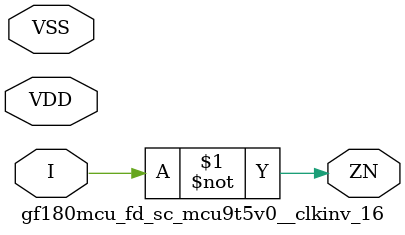
<source format=v>

module gf180mcu_fd_sc_mcu9t5v0__clkinv_16( I, ZN, VDD, VSS );
input I;
inout VDD, VSS;
output ZN;

	not MGM_BG_0( ZN, I );

endmodule

</source>
